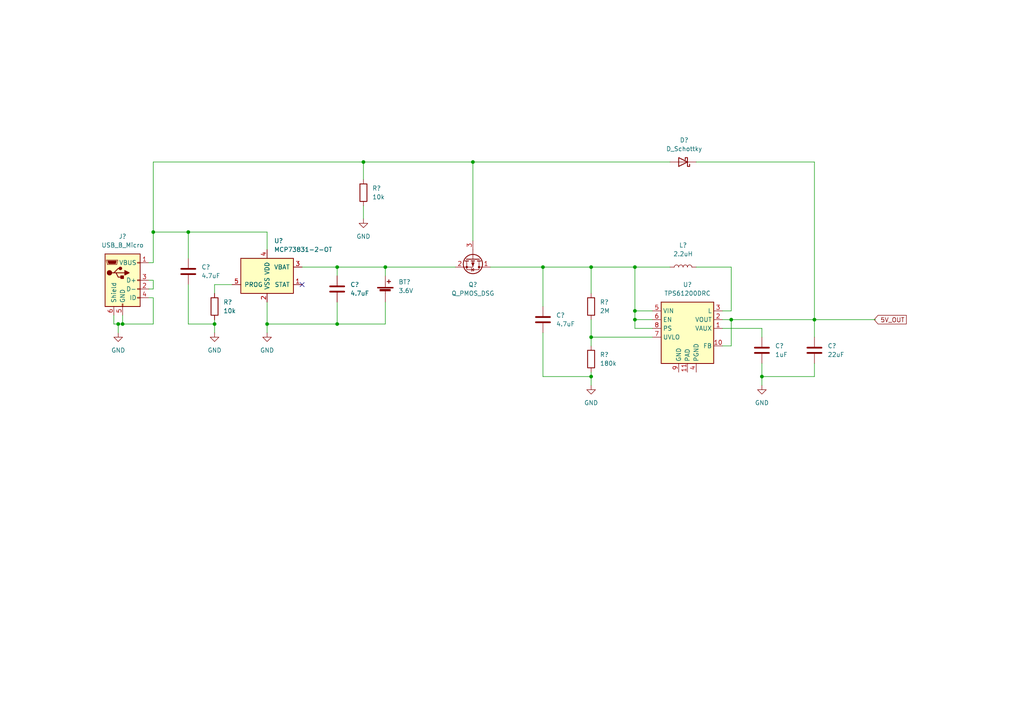
<source format=kicad_sch>
(kicad_sch (version 20211123) (generator eeschema)
  (paper "A4")
  (title_block (title "Hardware Implementatie PCB") (date "30-03-2022") (company "Hogeschool Utrecht"))
  (lib_symbols
    (symbol "Battery_Management:MCP73831-2-OT" (pin_names (offset 1.016))
      (property "Reference" "U" (at -7.62 6.35 0))
      (property "Value" "MCP73831-2-OT" (at 1.27 6.35 0))
      (symbol "MCP73831-2-OT_0_1"
        (rectangle (start -7.62 5.08) (end 7.62 -5.08) (stroke (width 0.254)) (fill (type background)))
      )
      (symbol "MCP73831-2-OT_1_1"
        (pin output line (at 10.16 -2.54 180) (length 2.54) (name "STAT") (number "1"))
        (pin power_in line (at 0 -7.62 90) (length 2.54) (name "VSS") (number "2"))
        (pin power_out line (at 10.16 2.54 180) (length 2.54) (name "VBAT") (number "3"))
        (pin power_in line (at 0 7.62 270) (length 2.54) (name "VDD") (number "4"))
        (pin input line (at -10.16 -2.54 0) (length 2.54) (name "PROG") (number "5"))
      )
    )
    (symbol "Connector:USB_B_Micro" (pin_names (offset 1.016))
      (property "Reference" "J" (at -5.08 11.43 0))
      (property "Value" "USB_B_Micro" (at -5.08 8.89 0))
      (symbol "USB_B_Micro_0_1"
        (rectangle (start -5.08 -7.62) (end 5.08 7.62) (stroke (width 0.254)) (fill (type background)))
        (circle (center -3.81 2.159) (radius 0.635) (stroke (width 0.254)) (fill (type outline)))
        (circle (center -0.635 3.429) (radius 0.381) (stroke (width 0.254)) (fill (type outline)))
        (rectangle (start -0.127 -7.62) (end 0.127 -6.858))
        (polyline (pts (xy -1.905 2.159) (xy 0.635 2.159)) (stroke (width 0.254)))
        (polyline (pts (xy -3.175 2.159) (xy -2.54 2.159) (xy -1.27 3.429) (xy -0.635 3.429)) (stroke (width 0.254)))
        (polyline (pts (xy -2.54 2.159) (xy -1.905 2.159) (xy -1.27 0.889) (xy 0 0.889)) (stroke (width 0.254)))
        (polyline (pts (xy 0.635 2.794) (xy 0.635 1.524) (xy 1.905 2.159) (xy 0.635 2.794)) (stroke (width 0.254)) (fill (type outline)))
        (polyline (pts (xy -4.318 5.588) (xy -1.778 5.588) (xy -2.032 4.826) (xy -4.064 4.826) (xy -4.318 5.588)) (fill (type outline)))
        (polyline (pts (xy -4.699 5.842) (xy -4.699 5.588) (xy -4.445 4.826) (xy -4.445 4.572) (xy -1.651 4.572) (xy -1.651 4.826) (xy -1.397 5.588) (xy -1.397 5.842) (xy -4.699 5.842)))
        (rectangle (start 0.254 1.27) (end -0.508 0.508) (stroke (width 0.254)) (fill (type outline)))
        (rectangle (start 5.08 -5.207) (end 4.318 -4.953))
        (rectangle (start 5.08 -2.667) (end 4.318 -2.413))
        (rectangle (start 5.08 -0.127) (end 4.318 0.127))
        (rectangle (start 5.08 4.953) (end 4.318 5.207))
      )
      (symbol "USB_B_Micro_1_1"
        (pin power_out line (at 7.62 5.08 180) (length 2.54) (name "VBUS") (number "1"))
        (pin bidirectional line (at 7.62 -2.54 180) (length 2.54) (name "D-") (number "2"))
        (pin bidirectional line (at 7.62 0 180) (length 2.54) (name "D+") (number "3"))
        (pin passive line (at 7.62 -5.08 180) (length 2.54) (name "ID") (number "4"))
        (pin power_out line (at 0 -10.16 90) (length 2.54) (name "GND") (number "5"))
        (pin passive line (at -2.54 -10.16 90) (length 2.54) (name "Shield") (number "6"))
      )
    )
    (symbol "Device:Battery_Cell" (pin_numbers hide) (pin_names (offset 0) hide)
      (property "Reference" "BT" (at 2.54 2.54 0))
      (property "Value" "Battery_Cell" (at 2.54 0 0))
      (symbol "Battery_Cell_0_1"
        (rectangle (start -2.286 1.778) (end 2.286 1.524) (fill (type outline)))
        (rectangle (start -1.5748 1.1938) (end 1.4732 0.6858) (fill (type outline)))
        (polyline (pts (xy 0 0.762) (xy 0 0)))
        (polyline (pts (xy 0 1.778) (xy 0 2.54)))
        (polyline (pts (xy 0.508 3.429) (xy 1.524 3.429)) (stroke (width 0.254)))
        (polyline (pts (xy 1.016 3.937) (xy 1.016 2.921)) (stroke (width 0.254)))
      )
      (symbol "Battery_Cell_1_1"
        (pin passive line (at 0 5.08 270) (length 2.54) (name "+") (number "1"))
        (pin passive line (at 0 -2.54 90) (length 2.54) (name "-") (number "2"))
      )
    )
    (symbol "Device:C" (pin_numbers hide) (pin_names (offset 0.254))
      (property "Reference" "C" (at 0.635 2.54 0))
      (property "Value" "C" (at 0.635 -2.54 0))
      (symbol "C_0_1"
        (polyline (pts (xy -2.032 -0.762) (xy 2.032 -0.762)) (stroke (width 0.508)))
        (polyline (pts (xy -2.032 0.762) (xy 2.032 0.762)) (stroke (width 0.508)))
      )
      (symbol "C_1_1"
        (pin passive line (at 0 3.81 270) (length 2.794) (name "~") (number "1"))
        (pin passive line (at 0 -3.81 90) (length 2.794) (name "~") (number "2"))
      )
    )
    (symbol "Device:D_Schottky" (pin_numbers hide) (pin_names (offset 1.016) hide)
      (property "Reference" "D" (at 0 2.54 0))
      (property "Value" "D_Schottky" (at 0 -2.54 0))
      (symbol "D_Schottky_0_1"
        (polyline (pts (xy 1.27 0) (xy -1.27 0)))
        (polyline (pts (xy 1.27 1.27) (xy 1.27 -1.27) (xy -1.27 0) (xy 1.27 1.27)) (stroke (width 0.254)))
        (polyline (pts (xy -1.905 0.635) (xy -1.905 1.27) (xy -1.27 1.27) (xy -1.27 -1.27) (xy -0.635 -1.27) (xy -0.635 -0.635)) (stroke (width 0.254)))
      )
      (symbol "D_Schottky_1_1"
        (pin passive line (at -3.81 0 0) (length 2.54) (name "K") (number "1"))
        (pin passive line (at 3.81 0 180) (length 2.54) (name "A") (number "2"))
      )
    )
    (symbol "Device:L" (pin_numbers hide) (pin_names (offset 1.016) hide)
      (property "Reference" "L" (at -1.27 0 90))
      (property "Value" "L" (at 1.905 0 90))
      (symbol "L_0_1"
        (arc (start 0 -2.54) (mid 0.635 -1.905) (end 0 -1.27))
        (arc (start 0 -1.27) (mid 0.635 -0.635) (end 0 0))
        (arc (start 0 0) (mid 0.635 0.635) (end 0 1.27))
        (arc (start 0 1.27) (mid 0.635 1.905) (end 0 2.54))
      )
      (symbol "L_1_1"
        (pin passive line (at 0 3.81 270) (length 1.27) (name "1") (number "1"))
        (pin passive line (at 0 -3.81 90) (length 1.27) (name "2") (number "2"))
      )
    )
    (symbol "Device:Q_PMOS_DSG" (pin_names (offset 0) hide)
      (property "Reference" "Q" (at 5.08 1.27 0))
      (property "Value" "Q_PMOS_DSG" (at 5.08 -1.27 0))
      (symbol "Q_PMOS_DSG_0_1"
        (polyline (pts (xy 0.254 0) (xy -2.54 0)))
        (polyline (pts (xy 0.254 1.905) (xy 0.254 -1.905)) (stroke (width 0.254)))
        (polyline (pts (xy 0.762 -1.27) (xy 0.762 -2.286)) (stroke (width 0.254)))
        (polyline (pts (xy 0.762 0.508) (xy 0.762 -0.508)) (stroke (width 0.254)))
        (polyline (pts (xy 0.762 2.286) (xy 0.762 1.27)) (stroke (width 0.254)))
        (polyline (pts (xy 2.54 2.54) (xy 2.54 1.778)))
        (polyline (pts (xy 2.54 -2.54) (xy 2.54 0) (xy 0.762 0)))
        (polyline (pts (xy 0.762 1.778) (xy 3.302 1.778) (xy 3.302 -1.778) (xy 0.762 -1.778)))
        (polyline (pts (xy 2.286 0) (xy 1.27 0.381) (xy 1.27 -0.381) (xy 2.286 0)) (fill (type outline)))
        (polyline (pts (xy 2.794 -0.508) (xy 2.921 -0.381) (xy 3.683 -0.381) (xy 3.81 -0.254)))
        (polyline (pts (xy 3.302 -0.381) (xy 2.921 0.254) (xy 3.683 0.254) (xy 3.302 -0.381)))
        (circle (center 1.651 0) (radius 2.794) (stroke (width 0.254)))
        (circle (center 2.54 -1.778) (radius 0.254) (fill (type outline)))
        (circle (center 2.54 1.778) (radius 0.254) (fill (type outline)))
      )
      (symbol "Q_PMOS_DSG_1_1"
        (pin passive line (at 2.54 5.08 270) (length 2.54) (name "D") (number "1"))
        (pin passive line (at 2.54 -5.08 90) (length 2.54) (name "S") (number "2"))
        (pin input line (at -5.08 0 0) (length 2.54) (name "G") (number "3"))
      )
    )
    (symbol "Device:R" (pin_numbers hide) (pin_names (offset 0))
      (property "Reference" "R" (at 2.032 0 90))
      (property "Value" "R" (at 0 0 90))
      (symbol "R_0_1"
        (rectangle (start -1.016 -2.54) (end 1.016 2.54) (stroke (width 0.254)))
      )
      (symbol "R_1_1"
        (pin passive line (at 0 3.81 270) (length 1.27) (name "~") (number "1"))
        (pin passive line (at 0 -3.81 90) (length 1.27) (name "~") (number "2"))
      )
    )
    (symbol "Regulator_Switching:TPS61200DRC"
      (property "Reference" "U" (at -10.16 8.89 0))
      (property "Value" "TPS61200DRC" (at -2.54 8.89 0))
      (symbol "TPS61200DRC_0_1"
        (rectangle (start -7.62 7.62) (end 7.62 -10.16) (stroke (width 0.254)) (fill (type background)))
      )
      (symbol "TPS61200DRC_1_1"
        (pin bidirectional line (at 10.16 0 180) (length 2.54) (name "VAUX") (number "1"))
        (pin input line (at 10.16 -5.08 180) (length 2.54) (name "FB") (number "10"))
        (pin power_in line (at 0 -12.7 90) (length 2.54) (name "PAD") (number "11"))
        (pin power_out line (at 10.16 2.54 180) (length 2.54) (name "VOUT") (number "2"))
        (pin input line (at 10.16 5.08 180) (length 2.54) (name "L") (number "3"))
        (pin power_in line (at 2.54 -12.7 90) (length 2.54) (name "PGND") (number "4"))
        (pin power_in line (at -10.16 5.08 0) (length 2.54) (name "VIN") (number "5"))
        (pin input line (at -10.16 2.54 0) (length 2.54) (name "EN") (number "6"))
        (pin input line (at -10.16 -2.54 0) (length 2.54) (name "UVLO") (number "7"))
        (pin input line (at -10.16 0 0) (length 2.54) (name "PS") (number "8"))
        (pin power_in line (at -2.54 -12.7 90) (length 2.54) (name "GND") (number "9"))
      )
    )
    (symbol "power:GND" (power) (pin_names (offset 0))
      (property "Value" "GND" (at 0 -3.81 0))
      (symbol "GND_0_1"
        (polyline (pts (xy 0 0) (xy 0 -1.27) (xy 1.27 -1.27) (xy 0 -2.54) (xy -1.27 -1.27) (xy 0 -1.27)))
      )
      (symbol "GND_1_1"
        (pin power_in line (at 0 0 270) (length 0) hide (name "GND") (number "1"))
      )
    )
  )
  (junction (at 236.22 92.71))
  (junction (at 137.16 46.99))
  (junction (at 105.41 46.99))
  (junction (at 184.15 92.71))
  (junction (at 171.45 97.79))
  (junction (at 34.29 93.98))
  (junction (at 171.45 77.47))
  (junction (at 77.47 93.98))
  (junction (at 184.15 77.47))
  (junction (at 212.09 92.71))
  (junction (at 44.45 67.31))
  (junction (at 97.79 77.47))
  (junction (at 157.48 77.47))
  (junction (at 171.45 109.22))
  (junction (at 184.15 90.17))
  (junction (at 62.23 93.98))
  (junction (at 97.79 93.98))
  (junction (at 54.61 67.31))
  (junction (at 111.76 77.47))
  (junction (at 35.56 93.98))
  (junction (at 220.98 109.22))
  (no_connect (at 87.63 82.55))
  (wire (pts (xy 194.31 77.47) (xy 184.15 77.47)))
  (wire (pts (xy 43.18 83.82) (xy 44.45 83.82)))
  (wire (pts (xy 97.79 87.63) (xy 97.79 93.98)))
  (wire (pts (xy 142.24 77.47) (xy 157.48 77.47)))
  (wire (pts (xy 189.23 95.25) (xy 184.15 95.25)))
  (wire (pts (xy 184.15 92.71) (xy 189.23 92.71)))
  (wire (pts (xy 105.41 46.99) (xy 105.41 52.07)))
  (wire (pts (xy 77.47 67.31) (xy 54.61 67.31)))
  (wire (pts (xy 105.41 46.99) (xy 44.45 46.99)))
  (wire (pts (xy 111.76 80.01) (xy 111.76 77.47)))
  (wire (pts (xy 77.47 72.39) (xy 77.47 67.31)))
  (wire (pts (xy 43.18 76.2) (xy 44.45 76.2)))
  (wire (pts (xy 54.61 93.98) (xy 62.23 93.98)))
  (wire (pts (xy 220.98 109.22) (xy 236.22 109.22)))
  (wire (pts (xy 209.55 90.17) (xy 212.09 90.17)))
  (wire (pts (xy 157.48 109.22) (xy 171.45 109.22)))
  (wire (pts (xy 62.23 92.71) (xy 62.23 93.98)))
  (wire (pts (xy 171.45 97.79) (xy 171.45 100.33)))
  (wire (pts (xy 77.47 93.98) (xy 77.47 96.52)))
  (wire (pts (xy 44.45 76.2) (xy 44.45 67.31)))
  (wire (pts (xy 212.09 100.33) (xy 212.09 92.71)))
  (wire (pts (xy 33.02 93.98) (xy 34.29 93.98)))
  (wire (pts (xy 212.09 90.17) (xy 212.09 77.47)))
  (wire (pts (xy 35.56 93.98) (xy 34.29 93.98)))
  (wire (pts (xy 62.23 93.98) (xy 62.23 96.52)))
  (wire (pts (xy 67.31 82.55) (xy 62.23 82.55)))
  (wire (pts (xy 236.22 92.71) (xy 236.22 97.79)))
  (wire (pts (xy 43.18 86.36) (xy 44.45 86.36)))
  (wire (pts (xy 137.16 69.85) (xy 137.16 46.99)))
  (wire (pts (xy 111.76 87.63) (xy 111.76 93.98)))
  (wire (pts (xy 44.45 46.99) (xy 44.45 67.31)))
  (wire (pts (xy 184.15 77.47) (xy 171.45 77.47)))
  (wire (pts (xy 220.98 95.25) (xy 209.55 95.25)))
  (wire (pts (xy 33.02 91.44) (xy 33.02 93.98)))
  (wire (pts (xy 137.16 46.99) (xy 194.31 46.99)))
  (wire (pts (xy 236.22 109.22) (xy 236.22 105.41)))
  (wire (pts (xy 87.63 77.47) (xy 97.79 77.47)))
  (wire (pts (xy 157.48 77.47) (xy 171.45 77.47)))
  (wire (pts (xy 54.61 82.55) (xy 54.61 93.98)))
  (wire (pts (xy 157.48 96.52) (xy 157.48 109.22)))
  (wire (pts (xy 111.76 93.98) (xy 97.79 93.98)))
  (wire (pts (xy 171.45 107.95) (xy 171.45 109.22)))
  (wire (pts (xy 236.22 46.99) (xy 201.93 46.99)))
  (wire (pts (xy 220.98 105.41) (xy 220.98 109.22)))
  (wire (pts (xy 77.47 87.63) (xy 77.47 93.98)))
  (wire (pts (xy 171.45 97.79) (xy 189.23 97.79)))
  (wire (pts (xy 236.22 92.71) (xy 254 92.71)))
  (wire (pts (xy 54.61 67.31) (xy 54.61 74.93)))
  (wire (pts (xy 212.09 92.71) (xy 236.22 92.71)))
  (wire (pts (xy 209.55 100.33) (xy 212.09 100.33)))
  (wire (pts (xy 44.45 67.31) (xy 54.61 67.31)))
  (wire (pts (xy 220.98 97.79) (xy 220.98 95.25)))
  (wire (pts (xy 105.41 59.69) (xy 105.41 63.5)))
  (wire (pts (xy 137.16 46.99) (xy 105.41 46.99)))
  (wire (pts (xy 35.56 91.44) (xy 35.56 93.98)))
  (wire (pts (xy 212.09 77.47) (xy 201.93 77.47)))
  (wire (pts (xy 34.29 93.98) (xy 34.29 96.52)))
  (wire (pts (xy 236.22 92.71) (xy 236.22 46.99)))
  (wire (pts (xy 111.76 77.47) (xy 132.08 77.47)))
  (wire (pts (xy 44.45 93.98) (xy 35.56 93.98)))
  (wire (pts (xy 184.15 92.71) (xy 184.15 95.25)))
  (wire (pts (xy 184.15 90.17) (xy 184.15 92.71)))
  (wire (pts (xy 209.55 92.71) (xy 212.09 92.71)))
  (wire (pts (xy 171.45 77.47) (xy 171.45 85.09)))
  (wire (pts (xy 44.45 81.28) (xy 44.45 83.82)))
  (wire (pts (xy 97.79 77.47) (xy 111.76 77.47)))
  (wire (pts (xy 220.98 109.22) (xy 220.98 111.76)))
  (wire (pts (xy 157.48 77.47) (xy 157.48 88.9)))
  (wire (pts (xy 43.18 81.28) (xy 44.45 81.28)))
  (wire (pts (xy 171.45 109.22) (xy 171.45 111.76)))
  (wire (pts (xy 44.45 86.36) (xy 44.45 93.98)))
  (wire (pts (xy 184.15 77.47) (xy 184.15 90.17)))
  (wire (pts (xy 77.47 93.98) (xy 97.79 93.98)))
  (wire (pts (xy 184.15 90.17) (xy 189.23 90.17)))
  (wire (pts (xy 62.23 82.55) (xy 62.23 85.09)))
  (wire (pts (xy 97.79 80.01) (xy 97.79 77.47)))
  (wire (pts (xy 171.45 92.71) (xy 171.45 97.79)))
  (global_label "5V_OUT" (shape output) (at 262.89 92.71 180) (property "Intersheet References" "${INTERSHEET_REFS}" (effects hide)))
  (symbol (lib_id "power:GND") (at 171.45 111.76 0) (unit 1)
    (property "Reference" "#PWR0105" (effects hide))
    (property "Value" "GND" (at 171.45 116.84 0))
  )
  (symbol (lib_id "Device:C") (at 54.61 78.74 0) (unit 1)
    (property "Reference" "C?" (at 58.42 77.4699 0) (effects (justify left)))
    (property "Value" "4.7uF" (at 58.42 80.0099 0) (effects (justify left)))
    (property "Footprint" "Capacitor_SMD:C_0402_1005Metric" (effects hide))
  )
  (symbol (lib_id "Device:C") (at 97.79 83.82 0) (unit 1)
    (property "Reference" "C?" (at 101.6 82.5499 0) (effects (justify left)))
    (property "Value" "4.7uF" (at 101.6 85.0899 0) (effects (justify left)))
    (property "Footprint" "Capacitor_SMD:C_0402_1005Metric" (effects hide))
  )
  (symbol (lib_id "Device:C") (at 236.22 101.6 0) (unit 1)
    (property "Reference" "C?" (at 240.03 100.3299 0) (effects (justify left)))
    (property "Value" "22uF" (at 240.03 102.8699 0) (effects (justify left)))
    (property "Footprint" "Capacitor_SMD:C_0402_1005Metric" (effects hide))
  )
  (symbol (lib_id "power:GND") (at 62.23 96.52 0) (unit 1)
    (property "Reference" "#PWR0102" (effects hide))
    (property "Value" "GND" (at 62.23 101.6 0))
  )
  (symbol (lib_id "Device:R") (at 62.23 88.9 0) (unit 1)
    (property "Reference" "R?" (at 64.77 87.6299 0) (effects (justify left)))
    (property "Value" "10k" (at 64.77 90.1699 0) (effects (justify left)))
    (property "Footprint" "Resistor_SMD:R_4020_10251Metric" (effects hide))
  )
  (symbol (lib_id "power:GND") (at 220.98 111.76 0) (unit 1)
    (property "Reference" "#PWR0106" (effects hide))
    (property "Value" "GND" (at 220.98 116.84 0))
  )
  (symbol (lib_id "Battery_Management:MCP73831-2-OT") (at 77.47 80.01 0) (unit 1)
    (property "Reference" "U?" (at 79.4894 69.85 0) (effects (justify left)))
    (property "Value" "MCP73831-2-OT" (at 79.4894 72.39 0) (effects (justify left)))
    (property "Footprint" "Package_TO_SOT_SMD:SOT-23-5" (effects hide))
    (property "Datasheet" "http://ww1.microchip.com/downloads/en/DeviceDoc/20001984g.pdf" (effects hide))
  )
  (symbol (lib_id "Device:Battery_Cell") (at 111.76 85.09 0) (unit 1)
    (property "Reference" "BT?" (at 115.57 81.7879 0) (effects (justify left)))
    (property "Value" "3.6V" (at 115.57 84.3279 0) (effects (justify left)))
  )
  (symbol (lib_id "Device:C") (at 157.48 92.71 0) (unit 1)
    (property "Reference" "C?" (at 161.29 91.4399 0) (effects (justify left)))
    (property "Value" "4.7uF" (at 161.29 93.9799 0) (effects (justify left)))
    (property "Footprint" "Capacitor_SMD:C_0402_1005Metric" (effects hide))
  )
  (symbol (lib_id "Regulator_Switching:TPS61200DRC") (at 199.39 95.25 0) (unit 1)
    (property "Reference" "U?" (at 199.39 82.55 0))
    (property "Value" "TPS61200DRC" (at 199.39 85.09 0))
    (property "Footprint" "Package_SON:Texas_S-PVSON-N10_ThermalVias" (effects hide))
    (property "Datasheet" "http://www.ti.com/lit/ds/symlink/tps61200.pdf" (effects hide))
  )
  (symbol (lib_id "power:GND") (at 77.47 96.52 0) (unit 1)
    (property "Reference" "#PWR0103" (effects hide))
    (property "Value" "GND" (at 77.47 101.6 0))
  )
  (symbol (lib_id "Device:R") (at 171.45 88.9 0) (unit 1)
    (property "Reference" "R?" (at 173.99 87.6299 0) (effects (justify left)))
    (property "Value" "2M" (at 173.99 90.1699 0) (effects (justify left)))
    (property "Footprint" "Resistor_SMD:R_4020_10251Metric" (effects hide))
  )
  (symbol (lib_id "power:GND") (at 34.29 96.52 0) (unit 1)
    (property "Reference" "#PWR0101" (effects hide))
    (property "Value" "GND" (at 34.29 101.6 0))
  )
  (symbol (lib_id "Device:L") (at 198.12 77.47 90) (unit 1)
    (property "Reference" "L?" (at 198.12 71.12 90))
    (property "Value" "2.2uH" (at 198.12 73.66 90))
    (property "Footprint" "Inductor_SMD:L_0402_1005Metric" (effects hide))
  )
  (symbol (lib_id "Device:D_Schottky") (at 198.12 46.99 180) (unit 1)
    (property "Reference" "D?" (at 198.4375 40.64 0))
    (property "Value" "D_Schottky" (at 198.4375 43.18 0))
    (property "Footprint" "Diode_SMD:D_0402_1005Metric" (effects hide))
  )
  (symbol (lib_id "Device:C") (at 220.98 101.6 0) (unit 1)
    (property "Reference" "C?" (at 224.79 100.3299 0) (effects (justify left)))
    (property "Value" "1uF" (at 224.79 102.8699 0) (effects (justify left)))
    (property "Footprint" "Capacitor_SMD:C_0402_1005Metric" (effects hide))
  )
  (symbol (lib_id "Device:Q_PMOS_DSG") (at 137.16 74.93 270) (unit 1)
    (property "Reference" "Q?" (at 137.16 82.55 90))
    (property "Value" "Q_PMOS_DSG" (at 137.16 85.09 90))
  )
  (symbol (lib_id "power:GND") (at 105.41 63.5 0) (unit 1)
    (property "Reference" "#PWR0104" (effects hide))
    (property "Value" "GND" (at 105.41 68.58 0))
  )
  (symbol (lib_id "Device:R") (at 105.41 55.88 0) (unit 1)
    (property "Reference" "R?" (at 107.95 54.6099 0) (effects (justify left)))
    (property "Value" "10k" (at 107.95 57.1499 0) (effects (justify left)))
    (property "Footprint" "Resistor_SMD:R_4020_10251Metric" (effects hide))
  )
  (symbol (lib_id "Device:R") (at 171.45 104.14 0) (unit 1)
    (property "Reference" "R?" (at 173.99 102.8699 0) (effects (justify left)))
    (property "Value" "180k" (at 173.99 105.4099 0) (effects (justify left)))
    (property "Footprint" "Resistor_SMD:R_4020_10251Metric" (effects hide))
  )
  (symbol (lib_id "Connector:USB_B_Micro") (at 35.56 81.28 0) (unit 1)
    (property "Reference" "J?" (at 35.56 68.58 0))
    (property "Value" "USB_B_Micro" (at 35.56 71.12 0))
  )
)
</source>
